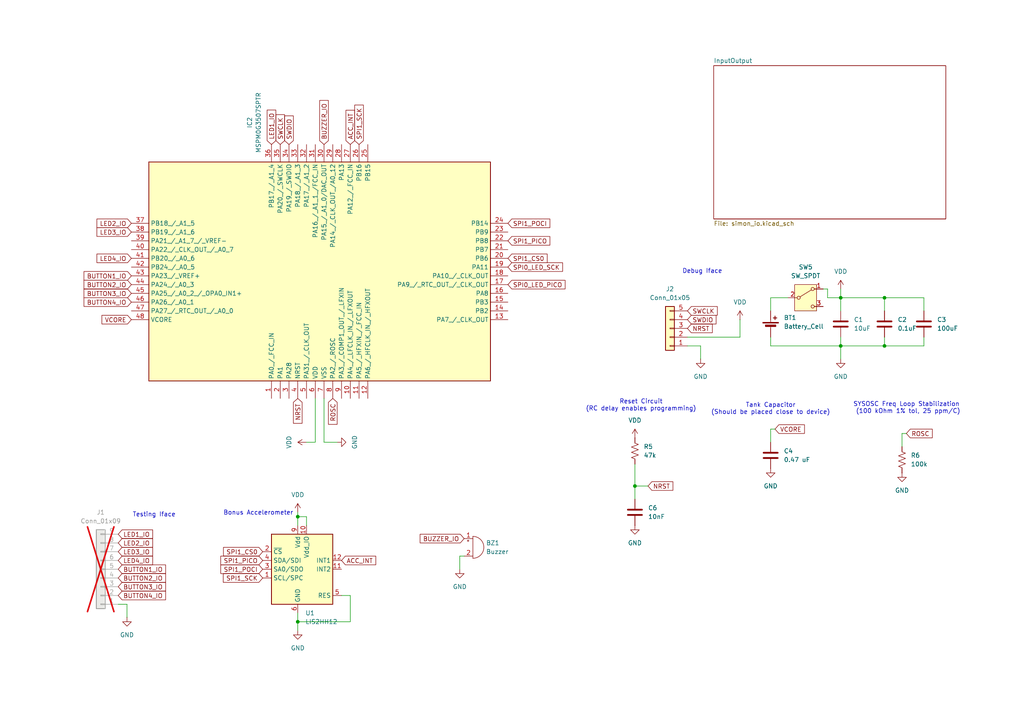
<source format=kicad_sch>
(kicad_sch (version 20250114) (generator "eeschema") (generator_version "9.0")
  (paper "A4")
  (lib_symbols
    (symbol "Connector_Generic:Conn_01x05" (pin_names (offset 1.016) (hide yes))
      (property "Reference" "J" (at 0 7.62 0))
      (property "Value" "Conn_01x05" (at 0 -7.62 0))
      (symbol "Conn_01x05_1_1"
        (rectangle (start -1.27 6.35) (end 1.27 -6.35) (stroke (width 0.254)) (fill (type background)))
        (rectangle (start -1.27 5.207) (end 0 4.953) (stroke (width 0.1524)))
        (rectangle (start -1.27 2.667) (end 0 2.413) (stroke (width 0.1524)))
        (rectangle (start -1.27 0.127) (end 0 -0.127) (stroke (width 0.1524)))
        (rectangle (start -1.27 -2.413) (end 0 -2.667) (stroke (width 0.1524)))
        (rectangle (start -1.27 -4.953) (end 0 -5.207) (stroke (width 0.1524)))
        (pin passive line (at -5.08 5.08 0) (length 3.81) (name "Pin_1") (number "1"))
        (pin passive line (at -5.08 2.54 0) (length 3.81) (name "Pin_2") (number "2"))
        (pin passive line (at -5.08 0 0) (length 3.81) (name "Pin_3") (number "3"))
        (pin passive line (at -5.08 -2.54 0) (length 3.81) (name "Pin_4") (number "4"))
        (pin passive line (at -5.08 -5.08 0) (length 3.81) (name "Pin_5") (number "5"))
      )
    )
    (symbol "Connector_Generic:Conn_01x09" (pin_names (offset 1.016) (hide yes))
      (property "Reference" "J" (at 0 12.7 0))
      (property "Value" "Conn_01x09" (at 0 -12.7 0))
      (symbol "Conn_01x09_1_1"
        (rectangle (start -1.27 11.43) (end 1.27 -11.43) (stroke (width 0.254)) (fill (type background)))
        (rectangle (start -1.27 10.287) (end 0 10.033) (stroke (width 0.1524)))
        (rectangle (start -1.27 7.747) (end 0 7.493) (stroke (width 0.1524)))
        (rectangle (start -1.27 5.207) (end 0 4.953) (stroke (width 0.1524)))
        (rectangle (start -1.27 2.667) (end 0 2.413) (stroke (width 0.1524)))
        (rectangle (start -1.27 0.127) (end 0 -0.127) (stroke (width 0.1524)))
        (rectangle (start -1.27 -2.413) (end 0 -2.667) (stroke (width 0.1524)))
        (rectangle (start -1.27 -4.953) (end 0 -5.207) (stroke (width 0.1524)))
        (rectangle (start -1.27 -7.493) (end 0 -7.747) (stroke (width 0.1524)))
        (rectangle (start -1.27 -10.033) (end 0 -10.287) (stroke (width 0.1524)))
        (pin passive line (at -5.08 10.16 0) (length 3.81) (name "Pin_1") (number "1"))
        (pin passive line (at -5.08 7.62 0) (length 3.81) (name "Pin_2") (number "2"))
        (pin passive line (at -5.08 5.08 0) (length 3.81) (name "Pin_3") (number "3"))
        (pin passive line (at -5.08 2.54 0) (length 3.81) (name "Pin_4") (number "4"))
        (pin passive line (at -5.08 0 0) (length 3.81) (name "Pin_5") (number "5"))
        (pin passive line (at -5.08 -2.54 0) (length 3.81) (name "Pin_6") (number "6"))
        (pin passive line (at -5.08 -5.08 0) (length 3.81) (name "Pin_7") (number "7"))
        (pin passive line (at -5.08 -7.62 0) (length 3.81) (name "Pin_8") (number "8"))
        (pin passive line (at -5.08 -10.16 0) (length 3.81) (name "Pin_9") (number "9"))
      )
    )
    (symbol "Device:Battery_Cell" (pin_numbers (hide yes)) (pin_names (offset 0) (hide yes))
      (property "Reference" "BT" (at 2.54 2.54 0))
      (property "Value" "Battery_Cell" (at 2.54 0 0))
      (symbol "Battery_Cell_0_1"
        (rectangle (start -2.286 1.778) (end 2.286 1.524) (fill (type outline)))
        (rectangle (start -1.524 1.016) (end 1.524 0.508) (fill (type outline)))
        (polyline (pts (xy 0 1.778) (xy 0 2.54)))
        (polyline (pts (xy 0 0.762) (xy 0 0)))
        (polyline (pts (xy 0.762 3.048) (xy 1.778 3.048)) (stroke (width 0.254)))
        (polyline (pts (xy 1.27 3.556) (xy 1.27 2.54)) (stroke (width 0.254)))
      )
      (symbol "Battery_Cell_1_1"
        (pin passive line (at 0 5.08 270) (length 2.54) (name "+") (number "1"))
        (pin passive line (at 0 -2.54 90) (length 2.54) (name "-") (number "2"))
      )
    )
    (symbol "Device:Buzzer" (pin_names (offset 0.0254) (hide yes))
      (property "Reference" "BZ" (at 3.81 1.27 0))
      (property "Value" "Buzzer" (at 3.81 -1.27 0))
      (symbol "Buzzer_0_1"
        (polyline (pts (xy -1.651 1.905) (xy -1.143 1.905)))
        (polyline (pts (xy -1.397 2.159) (xy -1.397 1.651)))
        (arc (start 0 3.175) (mid 3.1612 0) (end 0 -3.175))
        (polyline (pts (xy 0 3.175) (xy 0 -3.175)))
      )
      (symbol "Buzzer_1_1"
        (pin passive line (at -2.54 2.54 0) (length 2.54) (name "+") (number "1"))
        (pin passive line (at -2.54 -2.54 0) (length 2.54) (name "-") (number "2"))
      )
    )
    (symbol "Device:C" (pin_numbers (hide yes)) (pin_names (offset 0.254))
      (property "Reference" "C" (at 0.635 2.54 0))
      (property "Value" "C" (at 0.635 -2.54 0))
      (symbol "C_0_1"
        (polyline (pts (xy -2.032 0.762) (xy 2.032 0.762)) (stroke (width 0.508)))
        (polyline (pts (xy -2.032 -0.762) (xy 2.032 -0.762)) (stroke (width 0.508)))
      )
      (symbol "C_1_1"
        (pin passive line (at 0 3.81 270) (length 2.794) (name "~") (number "1"))
        (pin passive line (at 0 -3.81 90) (length 2.794) (name "~") (number "2"))
      )
    )
    (symbol "Device:R_US" (pin_numbers (hide yes)) (pin_names (offset 0))
      (property "Reference" "R" (at 2.54 0 90))
      (property "Value" "R_US" (at -2.54 0 90))
      (symbol "R_US_0_1"
        (polyline (pts (xy 0 2.286) (xy 0 2.54)))
        (polyline (pts (xy 0 2.286) (xy 1.016 1.905) (xy 0 1.524) (xy -1.016 1.143) (xy 0 0.762)))
        (polyline (pts (xy 0 0.762) (xy 1.016 0.381) (xy 0 0) (xy -1.016 -0.381) (xy 0 -0.762)))
        (polyline (pts (xy 0 -0.762) (xy 1.016 -1.143) (xy 0 -1.524) (xy -1.016 -1.905) (xy 0 -2.286)))
        (polyline (pts (xy 0 -2.286) (xy 0 -2.54)))
      )
      (symbol "R_US_1_1"
        (pin passive line (at 0 3.81 270) (length 1.27) (name "~") (number "1"))
        (pin passive line (at 0 -3.81 90) (length 1.27) (name "~") (number "2"))
      )
    )
    (symbol "ELEC327-Kicad:MSPM0G3507SPTR"
      (property "Reference" "IC" (at 69.85 40.64 0))
      (property "Value" "MSPM0G3507SPTR" (at 69.85 38.1 0))
      (symbol "MSPM0G3507SPTR_1_1"
        (rectangle (start 5.08 35.56) (end 68.58 -63.5) (stroke (width 0.254)) (fill (type background)))
        (pin passive line (at 0 0 0) (length 5.08) (name "PA0_/_FCC_IN") (number "1"))
        (pin passive line (at 0 -2.54 0) (length 5.08) (name "PA1") (number "2"))
        (pin passive line (at 0 -5.08 0) (length 5.08) (name "PA28") (number "3"))
        (pin passive line (at 0 -7.62 0) (length 5.08) (name "NRST") (number "4"))
        (pin passive line (at 0 -10.16 0) (length 5.08) (name "PA31_/_CLK_OUT") (number "5"))
        (pin passive line (at 0 -12.7 0) (length 5.08) (name "VDD") (number "6"))
        (pin passive line (at 0 -15.24 0) (length 5.08) (name "VSS") (number "7"))
        (pin passive line (at 0 -17.78 0) (length 5.08) (name "PA2_/_ROSC") (number "8"))
        (pin passive line (at 0 -20.32 0) (length 5.08) (name "PA3_/_COMP1_OUT_/_LFXIN") (number "9"))
        (pin passive line (at 0 -22.86 0) (length 5.08) (name "PA4_/_LFCLK_IN_/_LFXOUT") (number "10"))
        (pin passive line (at 0 -25.4 0) (length 5.08) (name "PA5_/_HFXIN_/_FCC_IN") (number "11"))
        (pin passive line (at 0 -27.94 0) (length 5.08) (name "PA6_/_HFCLK_IN_/_HFXOUT") (number "12"))
        (pin passive line (at 22.86 40.64 270) (length 5.08) (name "VCORE") (number "48"))
        (pin passive line (at 22.86 -68.58 90) (length 5.08) (name "PA7_/_CLK_OUT") (number "13"))
        (pin passive line (at 25.4 40.64 270) (length 5.08) (name "PA27_/_RTC_OUT_/_A0_0") (number "47"))
        (pin passive line (at 25.4 -68.58 90) (length 5.08) (name "PB2") (number "14"))
        (pin passive line (at 27.94 40.64 270) (length 5.08) (name "PA26_/_A0_1") (number "46"))
        (pin passive line (at 27.94 -68.58 90) (length 5.08) (name "PB3") (number "15"))
        (pin passive line (at 30.48 40.64 270) (length 5.08) (name "PA25_/_A0_2_/_OPA0_IN1+") (number "45"))
        (pin passive line (at 30.48 -68.58 90) (length 5.08) (name "PA8") (number "16"))
        (pin passive line (at 33.02 40.64 270) (length 5.08) (name "PA24_/_A0_3") (number "44"))
        (pin passive line (at 33.02 -68.58 90) (length 5.08) (name "PA9_/_RTC_OUT_/_CLK_OUT") (number "17"))
        (pin passive line (at 35.56 40.64 270) (length 5.08) (name "PA23_/_VREF+") (number "43"))
        (pin passive line (at 35.56 -68.58 90) (length 5.08) (name "PA10_/_CLK_OUT") (number "18"))
        (pin passive line (at 38.1 40.64 270) (length 5.08) (name "PB24_/_A0_5") (number "42"))
        (pin passive line (at 38.1 -68.58 90) (length 5.08) (name "PA11") (number "19"))
        (pin passive line (at 40.64 40.64 270) (length 5.08) (name "PB20_/_A0_6") (number "41"))
        (pin passive line (at 40.64 -68.58 90) (length 5.08) (name "PB6") (number "20"))
        (pin passive line (at 43.18 40.64 270) (length 5.08) (name "PA22_/_CLK_OUT_/_A0_7") (number "40"))
        (pin passive line (at 43.18 -68.58 90) (length 5.08) (name "PB7") (number "21"))
        (pin passive line (at 45.72 40.64 270) (length 5.08) (name "PA21_/_A1_7_/_VREF-") (number "39"))
        (pin passive line (at 45.72 -68.58 90) (length 5.08) (name "PB8") (number "22"))
        (pin passive line (at 48.26 40.64 270) (length 5.08) (name "PB19_/_A1_6") (number "38"))
        (pin passive line (at 48.26 -68.58 90) (length 5.08) (name "PB9") (number "23"))
        (pin passive line (at 50.8 40.64 270) (length 5.08) (name "PB18_/_A1_5") (number "37"))
        (pin passive line (at 50.8 -68.58 90) (length 5.08) (name "PB14") (number "24"))
        (pin passive line (at 73.66 0 180) (length 5.08) (name "PB17_/_A1_4") (number "36"))
        (pin passive line (at 73.66 -2.54 180) (length 5.08) (name "PA20_/_SWCLK") (number "35"))
        (pin passive line (at 73.66 -5.08 180) (length 5.08) (name "PA19_/_SWDIO") (number "34"))
        (pin passive line (at 73.66 -7.62 180) (length 5.08) (name "PA18_/_A1_3") (number "33"))
        (pin passive line (at 73.66 -10.16 180) (length 5.08) (name "PA17_/_A1_2") (number "32"))
        (pin passive line (at 73.66 -12.7 180) (length 5.08) (name "PA16_/_A1_1_/FCC_IN") (number "31"))
        (pin passive line (at 73.66 -15.24 180) (length 5.08) (name "PA15_/_A1_0/DAC_OUT") (number "30"))
        (pin passive line (at 73.66 -17.78 180) (length 5.08) (name "PA14_/_CLK_OUT_/A0_12") (number "29"))
        (pin passive line (at 73.66 -20.32 180) (length 5.08) (name "PA13") (number "28"))
        (pin passive line (at 73.66 -22.86 180) (length 5.08) (name "PA12_/_FCC_IN") (number "27"))
        (pin passive line (at 73.66 -25.4 180) (length 5.08) (name "PB16") (number "26"))
        (pin passive line (at 73.66 -27.94 180) (length 5.08) (name "PB15") (number "25"))
      )
    )
    (symbol "Sensor_Motion:LIS2HH12"
      (property "Reference" "U" (at -5.08 11.43 0))
      (property "Value" "LIS2HH12" (at 3.81 11.43 0))
      (symbol "LIS2HH12_0_1"
        (rectangle (start -7.62 10.16) (end 10.16 -10.16) (stroke (width 0.254)) (fill (type background)))
      )
      (symbol "LIS2HH12_1_1"
        (pin input line (at -10.16 5.08 0) (length 2.54) (name "~{CS}") (number "2"))
        (pin bidirectional line (at -10.16 2.54 0) (length 2.54) (name "SDA/SDI") (number "4"))
        (pin bidirectional line (at -10.16 0 0) (length 2.54) (name "SA0/SDO") (number "3"))
        (pin input line (at -10.16 -2.54 0) (length 2.54) (name "SCL/SPC") (number "1"))
        (pin power_in line (at 0 12.7 270) (length 2.54) (name "Vdd") (number "9"))
        (pin power_in line (at 0 -12.7 90) (length 2.54) (name "GND") (number "6"))
        (pin passive line (at 0 -12.7 90) (length 2.54) (hide yes) (name "GND") (number "7"))
        (pin passive line (at 0 -12.7 90) (length 2.54) (hide yes) (name "GND") (number "8"))
        (pin power_in line (at 2.54 12.7 270) (length 2.54) (name "Vdd_IO") (number "10"))
        (pin output line (at 12.7 2.54 180) (length 2.54) (name "INT1") (number "12"))
        (pin output line (at 12.7 0 180) (length 2.54) (name "INT2") (number "11"))
        (pin passive line (at 12.7 -7.62 180) (length 2.54) (name "RES") (number "5"))
      )
    )
    (symbol "Switch:SW_SPDT" (pin_names (offset 0) (hide yes))
      (property "Reference" "SW" (at 0 5.08 0))
      (property "Value" "SW_SPDT" (at 0 -5.08 0))
      (symbol "SW_SPDT_0_1"
        (circle (center -2.032 0) (radius 0.4572))
        (polyline (pts (xy -1.651 0.254) (xy 1.651 2.286)))
        (circle (center 2.032 2.54) (radius 0.4572))
        (circle (center 2.032 -2.54) (radius 0.4572))
      )
      (symbol "SW_SPDT_1_1"
        (rectangle (start -3.175 3.81) (end 3.175 -3.81) (fill (type background)))
        (pin passive line (at -5.08 0 0) (length 2.54) (name "B") (number "2"))
        (pin passive line (at 5.08 2.54 180) (length 2.54) (name "A") (number "1"))
        (pin passive line (at 5.08 -2.54 180) (length 2.54) (name "C") (number "3"))
      )
    )
    (symbol "power:GND" (power) (pin_numbers (hide yes)) (pin_names (offset 0) (hide yes))
      (property "Value" "GND" (at 0 -3.81 0))
      (symbol "GND_0_1"
        (polyline (pts (xy 0 0) (xy 0 -1.27) (xy 1.27 -1.27) (xy 0 -2.54) (xy -1.27 -1.27) (xy 0 -1.27)))
      )
      (symbol "GND_1_1"
        (pin power_in line (at 0 0 270) (length 0) (name "~") (number "1"))
      )
    )
    (symbol "power:VDD" (power) (pin_numbers (hide yes)) (pin_names (offset 0) (hide yes))
      (property "Value" "VDD" (at 0 3.556 0))
      (symbol "VDD_0_1"
        (polyline (pts (xy -0.762 1.27) (xy 0 2.54)))
        (polyline (pts (xy 0 2.54) (xy 0.762 1.27)))
        (polyline (pts (xy 0 0) (xy 0 2.54)))
      )
      (symbol "VDD_1_1"
        (pin power_in line (at 0 0 90) (length 0) (name "~") (number "1"))
      )
    )
  )
  (text "Tank Capacitor\n(Should be placed close to device)" (at 223.52 118.618 0) (effects (font (size 1.27 1.27))))
  (text "Reset Circuit\n(RC delay enables programming)" (at 185.928 117.602 0) (effects (font (size 1.27 1.27))))
  (text "Debug Iface" (at 203.708 78.74 0) (effects (font (size 1.27 1.27))))
  (text "Testing Iface" (at 44.704 149.352 0) (effects (font (size 1.27 1.27))))
  (text "Bonus Accelerometer" (at 74.93 148.844 0) (effects (font (size 1.27 1.27))))
  (text "SYSOSC Freq Loop Stabilization \n(100 kOhm 1% tol, 25 ppm/C)" (at 263.398 118.364 0) (effects (font (size 1.27 1.27))))
  (junction (at 86.36 180.34))
  (junction (at 243.84 86.36))
  (junction (at 256.54 86.36))
  (junction (at 243.84 100.33))
  (junction (at 256.54 100.33))
  (junction (at 184.15 140.97))
  (junction (at 86.36 149.86))
  (wire (pts (xy 243.84 83.82) (xy 243.84 86.36)))
  (wire (pts (xy 223.52 86.36) (xy 223.52 90.17)))
  (wire (pts (xy 86.36 182.88) (xy 86.36 180.34)))
  (wire (pts (xy 256.54 100.33) (xy 256.54 97.79)))
  (wire (pts (xy 91.44 115.57) (xy 91.44 128.27)))
  (wire (pts (xy 91.44 128.27) (xy 88.9 128.27)))
  (wire (pts (xy 223.52 124.46) (xy 224.79 124.46)))
  (wire (pts (xy 240.03 83.82) (xy 240.03 86.36)))
  (wire (pts (xy 88.9 152.4) (xy 88.9 149.86)))
  (wire (pts (xy 267.97 86.36) (xy 256.54 86.36)))
  (wire (pts (xy 199.39 100.33) (xy 203.2 100.33)))
  (wire (pts (xy 223.52 124.46) (xy 223.52 128.27)))
  (wire (pts (xy 223.52 100.33) (xy 243.84 100.33)))
  (wire (pts (xy 86.36 149.86) (xy 88.9 149.86)))
  (wire (pts (xy 86.36 180.34) (xy 86.36 177.8)))
  (wire (pts (xy 267.97 100.33) (xy 256.54 100.33)))
  (wire (pts (xy 256.54 86.36) (xy 256.54 90.17)))
  (wire (pts (xy 214.63 92.71) (xy 214.63 97.79)))
  (wire (pts (xy 223.52 97.79) (xy 223.52 100.33)))
  (wire (pts (xy 86.36 149.86) (xy 86.36 152.4)))
  (wire (pts (xy 243.84 97.79) (xy 243.84 100.33)))
  (wire (pts (xy 93.98 128.27) (xy 93.98 115.57)))
  (wire (pts (xy 214.63 97.79) (xy 199.39 97.79)))
  (wire (pts (xy 261.62 129.54) (xy 261.62 125.73)))
  (wire (pts (xy 243.84 86.36) (xy 256.54 86.36)))
  (wire (pts (xy 133.35 161.29) (xy 133.35 165.1)))
  (wire (pts (xy 101.6 172.72) (xy 101.6 180.34)))
  (wire (pts (xy 238.76 83.82) (xy 240.03 83.82)))
  (wire (pts (xy 223.52 86.36) (xy 228.6 86.36)))
  (wire (pts (xy 36.83 179.07) (xy 36.83 175.26)))
  (wire (pts (xy 101.6 180.34) (xy 86.36 180.34)))
  (wire (pts (xy 203.2 100.33) (xy 203.2 104.14)))
  (wire (pts (xy 134.62 161.29) (xy 133.35 161.29)))
  (wire (pts (xy 99.06 172.72) (xy 101.6 172.72)))
  (wire (pts (xy 86.36 148.59) (xy 86.36 149.86)))
  (wire (pts (xy 187.96 140.97) (xy 184.15 140.97)))
  (wire (pts (xy 184.15 134.62) (xy 184.15 140.97)))
  (wire (pts (xy 243.84 100.33) (xy 256.54 100.33)))
  (wire (pts (xy 36.83 175.26) (xy 34.29 175.26)))
  (wire (pts (xy 243.84 100.33) (xy 243.84 104.14)))
  (wire (pts (xy 243.84 86.36) (xy 243.84 90.17)))
  (wire (pts (xy 267.97 97.79) (xy 267.97 100.33)))
  (wire (pts (xy 261.62 125.73) (xy 262.89 125.73)))
  (wire (pts (xy 97.79 128.27) (xy 93.98 128.27)))
  (wire (pts (xy 184.15 140.97) (xy 184.15 144.78)))
  (wire (pts (xy 240.03 86.36) (xy 243.84 86.36)))
  (wire (pts (xy 267.97 90.17) (xy 267.97 86.36)))
  (global_label "LED3_IO" (shape input) (at 34.29 160.02 0) (property "Intersheetrefs" "${INTERSHEET_REFS}" (effects (hide yes))))
  (global_label "SPI1_SCK" (shape input) (at 76.2 167.64 180) (property "Intersheetrefs" "${INTERSHEET_REFS}" (effects (hide yes))))
  (global_label "LED2_IO" (shape input) (at 38.1 64.77 180) (property "Intersheetrefs" "${INTERSHEET_REFS}" (effects (hide yes))))
  (global_label "SPI0_LED_SCK" (shape input) (at 147.32 77.47 0) (property "Intersheetrefs" "${INTERSHEET_REFS}" (effects (hide yes))))
  (global_label "SPI1_CS0" (shape input) (at 76.2 160.02 180) (property "Intersheetrefs" "${INTERSHEET_REFS}" (effects (hide yes))))
  (global_label "SPI1_CS0" (shape input) (at 147.32 74.93 0) (property "Intersheetrefs" "${INTERSHEET_REFS}" (effects (hide yes))))
  (global_label "BUTTON3_IO" (shape input) (at 38.1 85.09 180) (property "Intersheetrefs" "${INTERSHEET_REFS}" (effects (hide yes))))
  (global_label "SPI1_SCK" (shape input) (at 104.14 41.91 90) (property "Intersheetrefs" "${INTERSHEET_REFS}" (effects (hide yes))))
  (global_label "SWCLK" (shape input) (at 199.39 90.17 0) (property "Intersheetrefs" "${INTERSHEET_REFS}" (effects (hide yes))))
  (global_label "BUTTON4_IO" (shape input) (at 38.1 87.63 180) (property "Intersheetrefs" "${INTERSHEET_REFS}" (effects (hide yes))))
  (global_label "NRST" (shape input) (at 187.96 140.97 0) (property "Intersheetrefs" "${INTERSHEET_REFS}" (effects (hide yes))))
  (global_label "SWCLK" (shape input) (at 81.28 41.91 90) (property "Intersheetrefs" "${INTERSHEET_REFS}" (effects (hide yes))))
  (global_label "BUTTON4_IO" (shape input) (at 34.29 172.72 0) (property "Intersheetrefs" "${INTERSHEET_REFS}" (effects (hide yes))))
  (global_label "BUTTON2_IO" (shape input) (at 38.1 82.55 180) (property "Intersheetrefs" "${INTERSHEET_REFS}" (effects (hide yes))))
  (global_label "BUTTON3_IO" (shape input) (at 34.29 170.18 0) (property "Intersheetrefs" "${INTERSHEET_REFS}" (effects (hide yes))))
  (global_label "ACC_INT" (shape input) (at 99.06 162.56 0) (property "Intersheetrefs" "${INTERSHEET_REFS}" (effects (hide yes))))
  (global_label "LED4_IO" (shape input) (at 34.29 162.56 0) (property "Intersheetrefs" "${INTERSHEET_REFS}" (effects (hide yes))))
  (global_label "SPI1_POCI" (shape input) (at 147.32 64.77 0) (property "Intersheetrefs" "${INTERSHEET_REFS}" (effects (hide yes))))
  (global_label "LED2_IO" (shape input) (at 34.29 157.48 0) (property "Intersheetrefs" "${INTERSHEET_REFS}" (effects (hide yes))))
  (global_label "LED1_IO" (shape input) (at 34.29 154.94 0) (property "Intersheetrefs" "${INTERSHEET_REFS}" (effects (hide yes))))
  (global_label "ROSC" (shape input) (at 262.89 125.73 0) (property "Intersheetrefs" "${INTERSHEET_REFS}" (effects (hide yes))))
  (global_label "NRST" (shape input) (at 86.36 115.57 270) (property "Intersheetrefs" "${INTERSHEET_REFS}" (effects (hide yes))))
  (global_label "BUZZER_IO" (shape input) (at 134.62 156.21 180) (property "Intersheetrefs" "${INTERSHEET_REFS}" (effects (hide yes))))
  (global_label "SPI1_POCI" (shape input) (at 76.2 165.1 180) (property "Intersheetrefs" "${INTERSHEET_REFS}" (effects (hide yes))))
  (global_label "SPI0_LED_PICO" (shape input) (at 147.32 82.55 0) (property "Intersheetrefs" "${INTERSHEET_REFS}" (effects (hide yes))))
  (global_label "NRST" (shape input) (at 199.39 95.25 0) (property "Intersheetrefs" "${INTERSHEET_REFS}" (effects (hide yes))))
  (global_label "BUTTON2_IO" (shape input) (at 34.29 167.64 0) (property "Intersheetrefs" "${INTERSHEET_REFS}" (effects (hide yes))))
  (global_label "SPI1_PICO" (shape input) (at 76.2 162.56 180) (property "Intersheetrefs" "${INTERSHEET_REFS}" (effects (hide yes))))
  (global_label "SWDIO" (shape input) (at 83.82 41.91 90) (property "Intersheetrefs" "${INTERSHEET_REFS}" (effects (hide yes))))
  (global_label "ROSC" (shape input) (at 96.52 115.57 270) (property "Intersheetrefs" "${INTERSHEET_REFS}" (effects (hide yes))))
  (global_label "SWDIO" (shape input) (at 199.39 92.71 0) (property "Intersheetrefs" "${INTERSHEET_REFS}" (effects (hide yes))))
  (global_label "BUTTON1_IO" (shape input) (at 34.29 165.1 0) (property "Intersheetrefs" "${INTERSHEET_REFS}" (effects (hide yes))))
  (global_label "BUTTON1_IO" (shape input) (at 38.1 80.01 180) (property "Intersheetrefs" "${INTERSHEET_REFS}" (effects (hide yes))))
  (global_label "VCORE" (shape input) (at 38.1 92.71 180) (property "Intersheetrefs" "${INTERSHEET_REFS}" (effects (hide yes))))
  (global_label "LED3_IO" (shape input) (at 38.1 67.31 180) (property "Intersheetrefs" "${INTERSHEET_REFS}" (effects (hide yes))))
  (global_label "SPI1_PICO" (shape input) (at 147.32 69.85 0) (property "Intersheetrefs" "${INTERSHEET_REFS}" (effects (hide yes))))
  (global_label "BUZZER_IO" (shape input) (at 93.98 41.91 90) (property "Intersheetrefs" "${INTERSHEET_REFS}" (effects (hide yes))))
  (global_label "LED1_IO" (shape input) (at 78.74 41.91 90) (property "Intersheetrefs" "${INTERSHEET_REFS}" (effects (hide yes))))
  (global_label "LED4_IO" (shape input) (at 38.1 74.93 180) (property "Intersheetrefs" "${INTERSHEET_REFS}" (effects (hide yes))))
  (global_label "ACC_INT" (shape input) (at 101.6 41.91 90) (property "Intersheetrefs" "${INTERSHEET_REFS}" (effects (hide yes))))
  (global_label "VCORE" (shape input) (at 224.79 124.46 0) (property "Intersheetrefs" "${INTERSHEET_REFS}" (effects (hide yes))))
  (symbol (lib_id "Connector_Generic:Conn_01x09") (at 29.21 165.1 180) (unit 1) (dnp yes)
    (property "Reference" "J1" (at 29.21 148.59 0))
    (property "Value" "Conn_01x09" (at 29.21 151.13 0))
    (property "Footprint" "Connector_PinHeader_2.54mm:PinHeader_1x09_P2.54mm_Horizontal" (effects (hide yes)))
    (property "Description" "Generic connector, single row, 01x09, script generated (kicad-library-utils/schlib/autogen/connector/)" (effects (hide yes)))
  )
  (symbol (lib_id "power:VDD") (at 214.63 92.71 0) (unit 1)
    (property "Reference" "#PWR015" (effects (hide yes)))
    (property "Value" "VDD" (at 214.63 87.63 0))
    (property "Description" "Power symbol creates a global label with name \"VDD\"" (effects (hide yes)))
  )
  (symbol (lib_id "power:VDD") (at 88.9 128.27 90) (unit 1)
    (property "Reference" "#PWR018" (effects (hide yes)))
    (property "Value" "VDD" (at 83.82 128.27 0))
    (property "Description" "Power symbol creates a global label with name \"VDD\"" (effects (hide yes)))
  )
  (symbol (lib_id "Device:C") (at 243.84 93.98 0) (unit 1)
    (property "Reference" "C1" (at 247.65 92.7099 0) (effects (justify left)))
    (property "Value" "10uF" (at 247.65 95.2499 0) (effects (justify left)))
    (property "Footprint" "Capacitor_SMD:C_0603_1608Metric" (effects (hide yes)))
    (property "Description" "Unpolarized capacitor" (effects (hide yes)))
    (property "LCSC Part #" "C19702" (effects (hide yes)))
  )
  (symbol (lib_id "Device:Buzzer") (at 137.16 158.75 0) (unit 1)
    (property "Reference" "BZ1" (at 140.97 157.4799 0) (effects (justify left)))
    (property "Value" "Buzzer" (at 140.97 160.0199 0) (effects (justify left)))
    (property "Footprint" "Buzzer_Beeper:Buzzer_Murata_PKLCS1212E" (effects (hide yes)))
    (property "Description" "Buzzer, polarized" (effects (hide yes)))
    (property "LCSC Part #" "C113159" (effects (hide yes)))
  )
  (symbol (lib_id "Device:R_US") (at 261.62 133.35 180) (unit 1)
    (property "Reference" "R6" (at 264.16 132.0799 0) (effects (justify right)))
    (property "Value" "100k" (at 264.16 134.6199 0) (effects (justify right)))
    (property "Footprint" "Resistor_SMD:R_0402_1005Metric" (effects (hide yes)))
    (property "Description" "Resistor, US symbol" (effects (hide yes)))
    (property "LCSC Part #" "C60491" (effects (hide yes)))
  )
  (symbol (lib_id "Device:R_US") (at 184.15 130.81 180) (unit 1)
    (property "Reference" "R5" (at 186.69 129.5399 0) (effects (justify right)))
    (property "Value" "47k" (at 186.69 132.0799 0) (effects (justify right)))
    (property "Footprint" "Resistor_SMD:R_0603_1608Metric" (effects (hide yes)))
    (property "Description" "Resistor, US symbol" (effects (hide yes)))
    (property "LCSC Part #" "C105579" (effects (hide yes)))
  )
  (symbol (lib_id "power:GND") (at 86.36 182.88 0) (unit 1)
    (property "Reference" "#PWR016" (effects (hide yes)))
    (property "Value" "GND" (at 86.36 187.96 0))
    (property "Description" "Power symbol creates a global label with name \"GND\" , ground" (effects (hide yes)))
  )
  (symbol (lib_id "Device:C") (at 184.15 148.59 0) (unit 1)
    (property "Reference" "C6" (at 187.96 147.3199 0) (effects (justify left)))
    (property "Value" "10nF" (at 187.96 149.8599 0) (effects (justify left)))
    (property "Footprint" "Capacitor_SMD:C_0402_1005Metric" (effects (hide yes)))
    (property "Description" "Unpolarized capacitor" (effects (hide yes)))
    (property "LCSC Part #" "C15195" (effects (hide yes)))
  )
  (symbol (lib_id "Device:C") (at 223.52 132.08 0) (unit 1)
    (property "Reference" "C4" (at 227.33 130.8099 0) (effects (justify left)))
    (property "Value" "0.47 uF" (at 227.33 133.3499 0) (effects (justify left)))
    (property "Footprint" "Capacitor_SMD:C_0805_2012Metric" (effects (hide yes)))
    (property "Description" "Unpolarized capacitor" (effects (hide yes)))
    (property "LCSC Part #" "C13967" (effects (hide yes)))
  )
  (symbol (lib_id "ELEC327-Kicad:MSPM0G3507SPTR") (at 78.74 115.57 90) (unit 1)
    (property "Reference" "IC2" (at 72.4214 35.56 0))
    (property "Value" "MSPM0G3507SPTR" (at 74.9614 35.56 0))
    (property "Footprint" "QFP50P900X900X160-48N" (effects (hide yes)))
    (property "Datasheet" "https://www.ti.com/lit/ds/symlink/mspm0g3507.pdf?ts=1728847186297&ref_url=https%253A%252F%252Fwww.ti.com%252Fproduct%252FMSPM0G3507" (effects (hide yes)))
    (property "Description" "Core  Arm 32-bit Cortex-M0+ CPU with memory protection unit, frequency up to 80 MHz  Operating characteristics  Extended temperature: 40C up to 125C  Wide supply voltage range: 1.62 V to 3.6 V  Memories  Up to 128KB of flash memory with error correction code (ECC)  Up to 32KB of SRAM with hardware parity  High-performance analog peripherals  Two simultaneous sampling 12-bit 4-Msps analog-to-digital converters (ADCs) with up to 17 external channels  14-bit effective resolution" (effects (hide yes)))
    (property "Height" "1.6" (effects (hide yes)))
    (property "Mouser Part Number" "595-MSPM0G3507SPTR" (effects (hide yes)))
    (property "Mouser Price/Stock" "https://www.mouser.co.uk/ProductDetail/Texas-Instruments/MSPM0G3507SPTR?qs=ST9lo4GX8V1GEI0H4GAJcA%3D%3D" (effects (hide yes)))
    (property "Manufacturer_Name" "Texas Instruments" (effects (hide yes)))
    (property "Manufacturer_Part_Number" "MSPM0G3507SPTR" (effects (hide yes)))
    (property "LCSC Part #" "C22362630" (effects (hide yes)))
  )
  (symbol (lib_id "Switch:SW_SPDT") (at 233.68 86.36 0) (unit 1)
    (property "Reference" "SW5" (at 233.68 77.47 0))
    (property "Value" "SW_SPDT" (at 233.68 80.01 0))
    (property "Footprint" "ELEC327-Kicad:SW_EG1270" (effects (hide yes)))
    (property "Description" "Switch, single pole double throw" (effects (hide yes)))
    (property "MPN" "C20611678" (effects (hide yes)))
    (property "LCSC Part #" "C20611678" (effects (hide yes)))
  )
  (symbol (lib_id "power:GND") (at 203.2 104.14 0) (unit 1)
    (property "Reference" "#PWR012" (effects (hide yes)))
    (property "Value" "GND" (at 203.2 109.22 0))
    (property "Description" "Power symbol creates a global label with name \"GND\" , ground" (effects (hide yes)))
  )
  (symbol (lib_id "power:GND") (at 223.52 135.89 0) (unit 1)
    (property "Reference" "#PWR08" (effects (hide yes)))
    (property "Value" "GND" (at 223.52 140.97 0))
    (property "Description" "Power symbol creates a global label with name \"GND\" , ground" (effects (hide yes)))
  )
  (symbol (lib_id "power:GND") (at 243.84 104.14 0) (unit 1)
    (property "Reference" "#PWR03" (effects (hide yes)))
    (property "Value" "GND" (at 243.84 109.22 0))
    (property "Description" "Power symbol creates a global label with name \"GND\" , ground" (effects (hide yes)))
  )
  (symbol (lib_id "power:VDD") (at 86.36 148.59 0) (unit 1)
    (property "Reference" "#PWR017" (effects (hide yes)))
    (property "Value" "VDD" (at 86.36 143.51 0))
    (property "Description" "Power symbol creates a global label with name \"VDD\"" (effects (hide yes)))
  )
  (symbol (lib_id "Connector_Generic:Conn_01x05") (at 194.31 95.25 180) (unit 1)
    (property "Reference" "J2" (at 194.31 83.82 0))
    (property "Value" "Conn_01x05" (at 194.31 86.36 0))
    (property "Footprint" "Connector_PinHeader_2.54mm:PinHeader_1x05_P2.54mm_Horizontal" (effects (hide yes)))
    (property "Description" "Generic connector, single row, 01x05, script generated (kicad-library-utils/schlib/autogen/connector/)" (effects (hide yes)))
    (property "LCSC Part #" "C492413" (effects (hide yes)))
  )
  (symbol (lib_id "power:GND") (at 97.79 128.27 90) (unit 1)
    (property "Reference" "#PWR019" (effects (hide yes)))
    (property "Value" "GND" (at 102.87 128.27 0))
    (property "Description" "Power symbol creates a global label with name \"GND\" , ground" (effects (hide yes)))
  )
  (symbol (lib_id "power:VDD") (at 243.84 83.82 0) (unit 1)
    (property "Reference" "#PWR02" (effects (hide yes)))
    (property "Value" "VDD" (at 243.84 78.74 0))
    (property "Description" "Power symbol creates a global label with name \"VDD\"" (effects (hide yes)))
  )
  (symbol (lib_id "Device:Battery_Cell") (at 223.52 95.25 0) (unit 1)
    (property "Reference" "BT1" (at 227.33 92.1384 0) (effects (justify left)))
    (property "Value" "Battery_Cell" (at 227.33 94.6784 0) (effects (justify left)))
    (property "Footprint" "Battery:BatteryHolder_Keystone_1060_1x2032" (effects (hide yes)))
    (property "Description" "Single-cell battery" (effects (hide yes)))
    (property "MPN" "C7498148" (effects (hide yes)))
    (property "LCSC Part #" "C7498148" (effects (hide yes)))
  )
  (symbol (lib_id "Device:C") (at 256.54 93.98 0) (unit 1)
    (property "Reference" "C2" (at 260.35 92.7099 0) (effects (justify left)))
    (property "Value" "0.1uF" (at 260.35 95.2499 0) (effects (justify left)))
    (property "Footprint" "Capacitor_SMD:C_0603_1608Metric_Pad1.08x0.95mm_HandSolder" (effects (hide yes)))
    (property "Description" "Unpolarized capacitor" (effects (hide yes)))
    (property "LCSC Part #" "C1591" (effects (hide yes)))
  )
  (symbol (lib_id "power:VDD") (at 184.15 127 0) (unit 1)
    (property "Reference" "#PWR05" (effects (hide yes)))
    (property "Value" "VDD" (at 184.15 121.92 0))
    (property "Description" "Power symbol creates a global label with name \"VDD\"" (effects (hide yes)))
  )
  (symbol (lib_id "Sensor_Motion:LIS2HH12") (at 86.36 165.1 0) (unit 1)
    (property "Reference" "U1" (at 88.5541 177.8 0) (effects (justify left)))
    (property "Value" "LIS2HH12" (at 88.5541 180.34 0) (effects (justify left)))
    (property "Footprint" "Package_LGA:LGA-12_2x2mm_P0.5mm" (effects (hide yes)))
    (property "Datasheet" "www.st.com/resource/en/datasheet/lis2hh12.pdf" (effects (hide yes)))
    (property "Description" "3-Axis Accelerometer, 2/4/8g range, I2C/SPI interface" (effects (hide yes)))
    (property "LCSC Part #" "C221446" (effects (hide yes)))
  )
  (symbol (lib_id "power:GND") (at 36.83 179.07 0) (unit 1)
    (property "Reference" "#PWR011" (effects (hide yes)))
    (property "Value" "GND" (at 36.83 184.15 0))
    (property "Description" "Power symbol creates a global label with name \"GND\" , ground" (effects (hide yes)))
  )
  (symbol (lib_id "power:GND") (at 261.62 137.16 0) (unit 1)
    (property "Reference" "#PWR09" (effects (hide yes)))
    (property "Value" "GND" (at 261.62 142.24 0))
    (property "Description" "Power symbol creates a global label with name \"GND\" , ground" (effects (hide yes)))
  )
  (symbol (lib_id "power:GND") (at 133.35 165.1 0) (unit 1)
    (property "Reference" "#PWR010" (effects (hide yes)))
    (property "Value" "GND" (at 133.35 170.18 0))
    (property "Description" "Power symbol creates a global label with name \"GND\" , ground" (effects (hide yes)))
  )
  (symbol (lib_id "power:GND") (at 184.15 152.4 0) (unit 1)
    (property "Reference" "#PWR04" (effects (hide yes)))
    (property "Value" "GND" (at 184.15 157.48 0))
    (property "Description" "Power symbol creates a global label with name \"GND\" , ground" (effects (hide yes)))
  )
  (symbol (lib_id "Device:C") (at 267.97 93.98 0) (unit 1)
    (property "Reference" "C3" (at 271.78 92.7099 0) (effects (justify left)))
    (property "Value" "100uF" (at 271.78 95.2499 0) (effects (justify left)))
    (property "Footprint" "Capacitor_SMD:C_1206_3216Metric" (effects (hide yes)))
    (property "Description" "Unpolarized capacitor" (effects (hide yes)))
    (property "LCSC Part #" "C15008" (effects (hide yes)))
  )
  (sheet (at 207.01 19.05) (size 67.31 44.45) (stroke (width 0.1524))
    (property "Sheetname" "InputOutput" (at 207.01 18.3384 0) (effects (justify left bottom)))
    (property "Sheetfile" "simon_io.kicad_sch" (at 207.01 64.0846 0) (effects (justify left top)))
  )
)
</source>
